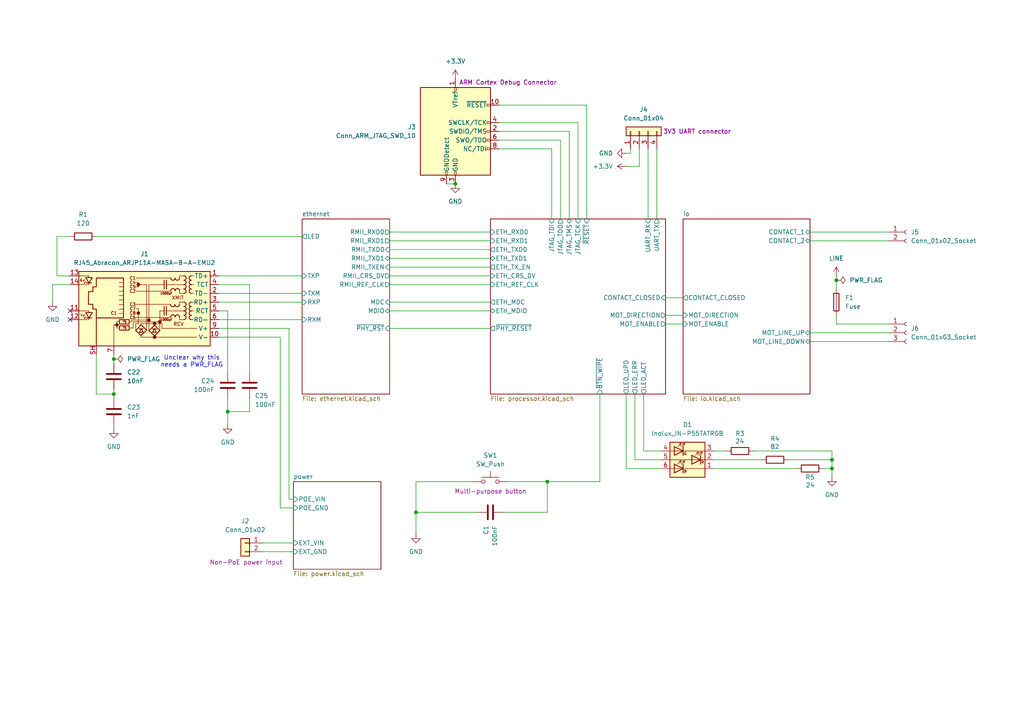
<source format=kicad_sch>
(kicad_sch (version 20250114) (generator "eeschema") (generator_version "9.0")
  (paper "A4")
  (title_block (title "iot-contact"))
  (lib_symbols
    (symbol "Connector:Conn_01x02_Socket" (pin_names (offset 1.016) (hide yes))
      (property "Reference" "J" (at 0 2.54 0))
      (property "Value" "Conn_01x02_Socket" (at 0 -5.08 0))
      (symbol "Conn_01x02_Socket_1_1"
        (polyline (pts (xy -1.27 0) (xy -0.508 0)) (stroke (width 0.1524)))
        (polyline (pts (xy -1.27 -2.54) (xy -0.508 -2.54)) (stroke (width 0.1524)))
        (arc (start 0 -0.508) (mid -0.5058 0) (end 0 0.508) (stroke (width 0.1524)))
        (arc (start 0 -3.048) (mid -0.5058 -2.54) (end 0 -2.032) (stroke (width 0.1524)))
        (pin passive line (at -5.08 0 0) (length 3.81) (name "Pin_1") (number "1"))
        (pin passive line (at -5.08 -2.54 0) (length 3.81) (name "Pin_2") (number "2"))
      )
    )
    (symbol "Connector:Conn_01x03_Socket" (pin_names (offset 1.016) (hide yes))
      (property "Reference" "J" (at 0 5.08 0))
      (property "Value" "Conn_01x03_Socket" (at 0 -5.08 0))
      (symbol "Conn_01x03_Socket_1_1"
        (polyline (pts (xy -1.27 2.54) (xy -0.508 2.54)) (stroke (width 0.1524)))
        (polyline (pts (xy -1.27 0) (xy -0.508 0)) (stroke (width 0.1524)))
        (polyline (pts (xy -1.27 -2.54) (xy -0.508 -2.54)) (stroke (width 0.1524)))
        (arc (start 0 2.032) (mid -0.5058 2.54) (end 0 3.048) (stroke (width 0.1524)))
        (arc (start 0 -0.508) (mid -0.5058 0) (end 0 0.508) (stroke (width 0.1524)))
        (arc (start 0 -3.048) (mid -0.5058 -2.54) (end 0 -2.032) (stroke (width 0.1524)))
        (pin passive line (at -5.08 2.54 0) (length 3.81) (name "Pin_1") (number "1"))
        (pin passive line (at -5.08 0 0) (length 3.81) (name "Pin_2") (number "2"))
        (pin passive line (at -5.08 -2.54 0) (length 3.81) (name "Pin_3") (number "3"))
      )
    )
    (symbol "Connector:Conn_ARM_JTAG_SWD_10" (pin_names (offset 1.016))
      (property "Reference" "J" (at -2.54 16.51 0))
      (property "Value" "Conn_ARM_JTAG_SWD_10" (at -2.54 13.97 0))
      (symbol "Conn_ARM_JTAG_SWD_10_0_1"
        (rectangle (start -10.16 12.7) (end 10.16 -12.7) (stroke (width 0.254)) (fill (type background)))
        (rectangle (start -2.794 -12.7) (end -2.286 -11.684))
        (rectangle (start -0.254 12.7) (end 0.254 11.684))
        (rectangle (start -0.254 -12.7) (end 0.254 -11.684))
        (rectangle (start 9.144 2.286) (end 10.16 2.794))
        (rectangle (start 10.16 7.874) (end 9.144 7.366))
        (rectangle (start 10.16 -0.254) (end 9.144 0.254))
        (rectangle (start 10.16 -2.794) (end 9.144 -2.286))
      )
      (symbol "Conn_ARM_JTAG_SWD_10_1_1"
        (rectangle (start 9.144 -5.334) (end 10.16 -4.826))
        (pin no_connect line (at -10.16 0 0) (length 2.54) (hide yes) (name "KEY") (number "7"))
        (pin passive line (at -2.54 -15.24 90) (length 2.54) (name "GNDDetect") (number "9"))
        (pin power_in line (at 0 15.24 270) (length 2.54) (name "VTref") (number "1"))
        (pin power_in line (at 0 -15.24 90) (length 2.54) (name "GND") (number "3"))
        (pin passive line (at 0 -15.24 90) (length 2.54) (hide yes) (name "GND") (number "5"))
        (pin open_collector line (at 12.7 7.62 180) (length 2.54) (name "~{RESET}") (number "10"))
        (pin output line (at 12.7 2.54 180) (length 2.54) (name "SWCLK/TCK") (number "4"))
        (pin bidirectional line (at 12.7 0 180) (length 2.54) (name "SWDIO/TMS") (number "2"))
        (pin input line (at 12.7 -2.54 180) (length 2.54) (name "SWO/TDO") (number "6"))
        (pin output line (at 12.7 -5.08 180) (length 2.54) (name "NC/TDI") (number "8"))
      )
    )
    (symbol "Connector:RJ45_Abracon_ARJP11A-MASA-B-A-EMU2"
      (property "Reference" "J" (at 18.415 12.7 0))
      (property "Value" "RJ45_Abracon_ARJP11A-MASA-B-A-EMU2" (at -4.445 12.7 0))
      (symbol "RJ45_Abracon_ARJP11A-MASA-B-A-EMU2_0_0"
        (polyline (pts (xy -5.08 8.89) (xy -5.08 6.35)) (stroke (width 0.254)))
        (polyline (pts (xy -5.08 1.27) (xy -5.08 -1.27)) (stroke (width 0.254)))
        (polyline (pts (xy -4.445 8.89) (xy -4.445 6.35)) (stroke (width 0.254)))
        (polyline (pts (xy -4.445 1.27) (xy -4.445 -1.27)) (stroke (width 0.254)))
        (circle (center -3.175 -3.175) (radius 0.0001) (stroke (width 0.508)))
        (circle (center -1.651 -3.683) (radius 0.0001) (stroke (width 0.508)))
        (circle (center -1.651 -7.62) (radius 0.0001) (stroke (width 0.508)))
        (circle (center 0 -2.667) (radius 0.0001) (stroke (width 0.508)))
        (circle (center 3.048 7.62) (radius 0.0001) (stroke (width 0.508)))
        (circle (center 3.048 -0.635) (radius 0.0001) (stroke (width 0.508)))
        (polyline (pts (xy 3.683 8.255) (xy 3.048 8.255) (xy 3.048 6.985) (xy 3.683 6.985)))
        (polyline (pts (xy 3.683 0.635) (xy 3.048 0.635) (xy 3.048 -0.635) (xy 3.683 -0.635)))
        (polyline (pts (xy 8.636 -4.953) (xy 9.271 -4.953) (xy 9.271 -3.048) (xy 8.636 -3.048)))
        (polyline (pts (xy 9.271 -4.064) (xy 10.16 -4.064)))
        (circle (center 9.271 -4.064) (radius 0.0001) (stroke (width 0.508)))
        (polyline (pts (xy 17.399 9.652) (xy 17.399 10.16) (xy 20.32 10.16)))
        (polyline (pts (xy 17.399 -0.508) (xy 17.399 0) (xy 20.32 0)))
        (polyline (pts (xy 20.32 7.62) (xy 17.399 7.62) (xy 17.399 8.128)))
        (polyline (pts (xy 20.32 -2.54) (xy 17.399 -2.54) (xy 17.399 -2.032)))
        (text "XMIT" (at -10.16 3.81 0) (effects (font (size 1.016 1.016)) (justify left)))
        (text "RCV" (at -10.16 -3.81 0) (effects (font (size 1.016 1.016)) (justify left)))
        (text "C1" (at 4.699 9.525 0) (effects (font (size 0.889 0.889))))
        (text "C4" (at 4.699 8.255 0) (effects (font (size 0.889 0.889))))
        (text "C5" (at 4.699 6.985 0) (effects (font (size 0.889 0.889))))
        (text "C2" (at 4.699 5.715 0) (effects (font (size 0.889 0.889))))
        (text "C3" (at 4.699 1.905 0) (effects (font (size 0.889 0.889))))
        (text "C7" (at 4.699 0.635 0) (effects (font (size 0.889 0.889))))
        (text "C8" (at 4.699 -0.635 0) (effects (font (size 0.889 0.889))))
        (text "C6" (at 4.699 -1.905 0) (effects (font (size 0.889 0.889))))
        (text "C1" (at 10.16 -0.635 0) (effects (font (size 0.889 0.889))))
      )
      (symbol "RJ45_Abracon_ARJP11A-MASA-B-A-EMU2_0_1"
        (rectangle (start -17.78 11.43) (end 20.32 -10.16) (stroke (width 0.254)) (fill (type background)))
        (polyline (pts (xy -12.3163 10.16) (xy -12.9513 10.16)))
        (polyline (pts (xy -12.3163 7.62) (xy -12.9513 7.62)))
        (polyline (pts (xy -12.3163 5.08) (xy -12.9513 5.08)))
        (polyline (pts (xy -12.3163 2.54) (xy -12.9513 2.54)))
        (polyline (pts (xy -12.3163 0) (xy -12.9513 0)))
        (polyline (pts (xy -12.3163 -2.54) (xy -12.9513 -2.54)))
        (polyline (pts (xy -10.16 10.16) (xy -8.89 10.16) (xy -8.89 9.525)))
        (polyline (pts (xy -10.16 2.54) (xy -8.89 2.54) (xy -8.89 1.905)))
        (polyline (pts (xy -8.89 5.715) (xy -8.89 5.08) (xy -10.16 5.08)))
        (polyline (pts (xy -8.89 -1.905) (xy -8.89 -2.54) (xy -10.16 -2.54)))
        (polyline (pts (xy -6.35 9.525) (xy 3.683 9.525)))
        (polyline (pts (xy -6.35 5.715) (xy 3.683 5.715)))
        (polyline (pts (xy -6.35 -1.905) (xy 3.683 -1.905)))
        (polyline (pts (xy -6.223 1.905) (xy 3.683 1.905)))
        (polyline (pts (xy -5.08 7.62) (xy -10.16 7.62)))
        (polyline (pts (xy -5.08 0) (xy -10.16 0)))
        (polyline (pts (xy -4.445 7.62) (xy 0 7.62) (xy 0 -5.715)))
        (polyline (pts (xy -4.445 0) (xy -3.175 0) (xy -3.175 -5.715)))
        (polyline (pts (xy 7.366 5.715) (xy 8.636 5.715)))
        (polyline (pts (xy 7.366 4.445) (xy 8.636 4.445)))
        (polyline (pts (xy 7.366 3.175) (xy 8.636 3.175)))
        (polyline (pts (xy 7.366 1.778) (xy 8.636 1.778)))
        (polyline (pts (xy 7.366 0.508) (xy 8.636 0.508)))
        (polyline (pts (xy 8.636 8.255) (xy 7.366 8.255)))
        (polyline (pts (xy 8.636 6.985) (xy 7.366 6.985)))
        (polyline (pts (xy 8.636 -0.762) (xy 7.366 -0.762)))
      )
      (symbol "RJ45_Abracon_ARJP11A-MASA-B-A-EMU2_1_0"
        (text "1000pF" (at -5.08 5.08 0) (effects (font (size 0.635 0.635))))
        (text "1000pF" (at -5.08 -2.54 0) (effects (font (size 0.635 0.635))))
      )
      (symbol "RJ45_Abracon_ARJP11A-MASA-B-A-EMU2_1_1"
        (polyline (pts (xy -13.97 -5.08) (xy -3.81 -5.08)))
        (polyline (pts (xy -13.97 -7.62) (xy 2.286 -7.62)))
        (arc (start -12.3163 2.54) (mid -11.684 1.905) (end -12.3163 1.27) (stroke (width 0.254)))
        (arc (start -12.3136 10.16) (mid -11.6813 9.525) (end -12.3136 8.89) (stroke (width 0.254)))
        (arc (start -12.3136 1.27) (mid -11.6813 0.635) (end -12.3136 0) (stroke (width 0.254)))
        (arc (start -12.3136 0) (mid -11.6813 -0.635) (end -12.3136 -1.27) (stroke (width 0.254)))
        (arc (start -12.3136 -1.27) (mid -11.6813 -1.905) (end -12.3136 -2.54) (stroke (width 0.254)))
        (arc (start -12.3109 8.89) (mid -11.6786 8.255) (end -12.3109 7.62) (stroke (width 0.254)))
        (arc (start -12.3109 7.62) (mid -11.6786 6.985) (end -12.3109 6.35) (stroke (width 0.254)))
        (arc (start -12.3109 6.35) (mid -11.6786 5.715) (end -12.3109 5.08) (stroke (width 0.254)))
        (arc (start -10.1654 8.89) (mid -10.7977 9.525) (end -10.1654 10.16) (stroke (width 0.254)))
        (arc (start -10.1654 7.62) (mid -10.7977 8.255) (end -10.1654 8.89) (stroke (width 0.254)))
        (arc (start -10.1654 6.35) (mid -10.7977 6.985) (end -10.1654 7.62) (stroke (width 0.254)))
        (arc (start -10.1654 1.27) (mid -10.7977 1.905) (end -10.1654 2.54) (stroke (width 0.254)))
        (arc (start -10.1654 0) (mid -10.7977 0.635) (end -10.1654 1.27) (stroke (width 0.254)))
        (arc (start -10.1654 -1.27) (mid -10.7977 -0.635) (end -10.1654 0) (stroke (width 0.254)))
        (arc (start -10.1627 5.08) (mid -10.795 5.715) (end -10.1627 6.35) (stroke (width 0.254)))
        (arc (start -10.1627 -2.54) (mid -10.795 -1.905) (end -10.1627 -1.27) (stroke (width 0.254)))
        (arc (start -7.62 9.5223) (mid -8.255 8.89) (end -8.89 9.5223) (stroke (width 0.254)))
        (arc (start -8.89 5.8447) (mid -8.255 6.477) (end -7.62 5.8447) (stroke (width 0.254)))
        (arc (start -8.89 -1.7753) (mid -8.255 -1.143) (end -7.62 -1.7753) (stroke (width 0.254)))
        (arc (start -7.5565 1.8388) (mid -8.1915 1.2065) (end -8.8265 1.8388) (stroke (width 0.254)))
        (arc (start -6.35 9.525) (mid -6.985 8.8927) (end -7.62 9.525) (stroke (width 0.254)))
        (arc (start -7.62 5.8474) (mid -6.985 6.4797) (end -6.35 5.8474) (stroke (width 0.254)))
        (arc (start -7.62 -1.7726) (mid -6.985 -1.1403) (end -6.35 -1.7726) (stroke (width 0.254)))
        (arc (start -6.2865 1.8415) (mid -6.9215 1.2092) (end -7.5565 1.8415) (stroke (width 0.254)))
        (polyline (pts (xy -3.81 -5.08) (xy -3.81 -3.683) (xy -1.651 -3.683)))
        (polyline (pts (xy -2.159 -5.207) (xy -1.016 -5.207)) (stroke (width 0.254)))
        (polyline (pts (xy -2.159 -6.223) (xy -1.016 -6.223) (xy -1.651 -5.207) (xy -2.159 -6.223)) (stroke (width 0.254)))
        (polyline (pts (xy -1.905 -3.683) (xy -1.651 -3.683) (xy -1.651 -4.191)))
        (polyline (pts (xy -1.651 -3.683) (xy 2.286 -3.683) (xy 2.286 -4.064)))
        (polyline (pts (xy -1.651 -4.191) (xy -3.175 -5.715) (xy -1.651 -7.239) (xy 0 -5.715) (xy -1.651 -4.191)) (stroke (width 0.254)))
        (polyline (pts (xy -1.651 -7.239) (xy -1.651 -7.493)))
        (polyline (pts (xy 1.651 -5.207) (xy 2.794 -5.207)) (stroke (width 0.254)))
        (polyline (pts (xy 1.651 -6.223) (xy 2.794 -6.223) (xy 2.159 -5.207) (xy 1.651 -6.223)) (stroke (width 0.254)))
        (polyline (pts (xy 2.286 -4.064) (xy 0.635 -5.588) (xy 2.286 -7.112) (xy 3.81 -5.715) (xy 2.286 -4.064)) (stroke (width 0.254)))
        (polyline (pts (xy 2.286 -7.112) (xy 2.286 -7.62)))
        (polyline (pts (xy 3.048 7.62) (xy 0.635 7.62) (xy 0.635 -5.588)))
        (polyline (pts (xy 3.048 -0.508) (xy 3.048 -3.683) (xy 3.81 -3.683) (xy 3.81 -5.715)))
        (polyline (pts (xy 5.715 -3.175) (xy 5.08 -3.175) (xy 5.08 -2.667) (xy 0 -2.667)))
        (polyline (pts (xy 5.715 -4.953) (xy 4.572 -4.953) (xy 4.572 -3.175) (xy -3.175 -3.175)))
        (polyline (pts (xy 7.366 -2.032) (xy 7.366 9.525) (xy 15.24 9.525) (xy 15.24 6.985) (xy 16.256 6.985) (xy 16.256 5.588) (xy 17.526 5.588) (xy 17.526 1.905) (xy 16.256 1.905) (xy 16.256 0.508) (xy 15.24 0.508) (xy 15.24 -2.032) (xy 7.366 -2.032)) (stroke (width 0.254)))
        (rectangle (start 8.509 -3.81) (end 5.715 -2.54) (stroke (width 0.254)))
        (rectangle (start 8.509 -5.588) (end 5.715 -4.318) (stroke (width 0.254)))
        (polyline (pts (xy 10.16 -4.064) (xy 10.16 -10.16)))
        (polyline (pts (xy 15.24 -10.16) (xy 15.24 -2.032)) (stroke (width 0.254)))
        (polyline (pts (xy 18.161 8.128) (xy 16.637 8.128)) (stroke (width 0.254)))
        (polyline (pts (xy 18.161 -2.032) (xy 16.637 -2.032)) (stroke (width 0.254)))
        (polyline (pts (xy 18.288 9.652) (xy 16.383 9.652) (xy 17.399 8.128) (xy 18.288 9.652)) (stroke (width 0.254)))
        (polyline (pts (xy 18.288 8.509) (xy 18.796 8.001) (xy 18.542 8.001)))
        (polyline (pts (xy 18.288 -0.508) (xy 16.383 -0.508) (xy 17.399 -2.032) (xy 18.288 -0.508)) (stroke (width 0.254)))
        (polyline (pts (xy 18.288 -1.651) (xy 18.796 -2.159) (xy 18.542 -2.159)))
        (polyline (pts (xy 18.542 9.144) (xy 19.05 8.636) (xy 18.796 8.636)))
        (polyline (pts (xy 18.542 -1.016) (xy 19.05 -1.524) (xy 18.796 -1.524)))
        (polyline (pts (xy 18.796 8.001) (xy 18.796 8.255)))
        (polyline (pts (xy 18.796 -2.159) (xy 18.796 -1.905)))
        (polyline (pts (xy 19.05 8.636) (xy 19.05 8.89)))
        (polyline (pts (xy 19.05 -1.524) (xy 19.05 -1.27)))
        (text "75" (at 7.112 -3.175 0) (effects (font (size 0.635 0.635))))
        (text "75" (at 7.112 -4.953 0) (effects (font (size 0.635 0.635))))
        (text "Y" (at 19.558 -1.27 0) (effects (font (size 0.635 0.635))))
        (text "G" (at 19.685 8.89 0) (effects (font (size 0.635 0.635))))
        (pin passive line (at -20.32 10.16 0) (length 2.54) (name "TD+") (number "1"))
        (pin passive line (at -20.32 7.62 0) (length 2.54) (name "TCT") (number "4"))
        (pin passive line (at -20.32 5.08 0) (length 2.54) (name "TD-") (number "2"))
        (pin passive line (at -20.32 2.54 0) (length 2.54) (name "RD+") (number "3"))
        (pin passive line (at -20.32 0 0) (length 2.54) (name "RCT") (number "5"))
        (pin passive line (at -20.32 -2.54 0) (length 2.54) (name "RD-") (number "6"))
        (pin power_out line (at -20.32 -5.08 0) (length 2.54) (name "V+") (number "9"))
        (pin power_out line (at -20.32 -7.62 0) (length 2.54) (name "V-") (number "10"))
        (pin power_in line (at 10.16 -12.7 90) (length 2.54) (name "") (number "7"))
        (pin passive line (at 15.24 -12.7 90) (length 2.54) (name "") (number "SH"))
        (pin no_connect line (at 20.32 5.08 0) (length 0) (hide yes) (name "NC") (number "8"))
        (pin passive line (at 22.86 10.16 180) (length 2.54) (name "") (number "13"))
        (pin passive line (at 22.86 7.62 180) (length 2.54) (name "") (number "14"))
        (pin passive line (at 22.86 0 180) (length 2.54) (name "") (number "11"))
        (pin passive line (at 22.86 -2.54 180) (length 2.54) (name "") (number "12"))
      )
    )
    (symbol "Connector_Generic:Conn_01x02" (pin_names (offset 1.016) (hide yes))
      (property "Reference" "J" (at 0 2.54 0))
      (property "Value" "Conn_01x02" (at 0 -5.08 0))
      (symbol "Conn_01x02_1_1"
        (rectangle (start -1.27 1.27) (end 1.27 -3.81) (stroke (width 0.254)) (fill (type background)))
        (rectangle (start -1.27 0.127) (end 0 -0.127) (stroke (width 0.1524)))
        (rectangle (start -1.27 -2.413) (end 0 -2.667) (stroke (width 0.1524)))
        (pin passive line (at -5.08 0 0) (length 3.81) (name "Pin_1") (number "1"))
        (pin passive line (at -5.08 -2.54 0) (length 3.81) (name "Pin_2") (number "2"))
      )
    )
    (symbol "Connector_Generic:Conn_01x04" (pin_names (offset 1.016) (hide yes))
      (property "Reference" "J" (at 0 5.08 0))
      (property "Value" "Conn_01x04" (at 0 -7.62 0))
      (symbol "Conn_01x04_1_1"
        (rectangle (start -1.27 3.81) (end 1.27 -6.35) (stroke (width 0.254)) (fill (type background)))
        (rectangle (start -1.27 2.667) (end 0 2.413) (stroke (width 0.1524)))
        (rectangle (start -1.27 0.127) (end 0 -0.127) (stroke (width 0.1524)))
        (rectangle (start -1.27 -2.413) (end 0 -2.667) (stroke (width 0.1524)))
        (rectangle (start -1.27 -4.953) (end 0 -5.207) (stroke (width 0.1524)))
        (pin passive line (at -5.08 2.54 0) (length 3.81) (name "Pin_1") (number "1"))
        (pin passive line (at -5.08 0 0) (length 3.81) (name "Pin_2") (number "2"))
        (pin passive line (at -5.08 -2.54 0) (length 3.81) (name "Pin_3") (number "3"))
        (pin passive line (at -5.08 -5.08 0) (length 3.81) (name "Pin_4") (number "4"))
      )
    )
    (symbol "Device:C" (pin_numbers (hide yes)) (pin_names (offset 0.254))
      (property "Reference" "C" (at 0.635 2.54 0))
      (property "Value" "C" (at 0.635 -2.54 0))
      (symbol "C_0_1"
        (polyline (pts (xy -2.032 0.762) (xy 2.032 0.762)) (stroke (width 0.508)))
        (polyline (pts (xy -2.032 -0.762) (xy 2.032 -0.762)) (stroke (width 0.508)))
      )
      (symbol "C_1_1"
        (pin passive line (at 0 3.81 270) (length 2.794) (name "~") (number "1"))
        (pin passive line (at 0 -3.81 90) (length 2.794) (name "~") (number "2"))
      )
    )
    (symbol "Device:Fuse" (pin_numbers (hide yes)) (pin_names (offset 0))
      (property "Reference" "F" (at 2.032 0 90))
      (property "Value" "Fuse" (at -1.905 0 90))
      (symbol "Fuse_0_1"
        (rectangle (start -0.762 -2.54) (end 0.762 2.54) (stroke (width 0.254)))
        (polyline (pts (xy 0 2.54) (xy 0 -2.54)))
      )
      (symbol "Fuse_1_1"
        (pin passive line (at 0 3.81 270) (length 1.27) (name "~") (number "1"))
        (pin passive line (at 0 -3.81 90) (length 1.27) (name "~") (number "2"))
      )
    )
    (symbol "Device:R" (pin_numbers (hide yes)) (pin_names (offset 0))
      (property "Reference" "R" (at 2.032 0 90))
      (property "Value" "R" (at 0 0 90))
      (symbol "R_0_1"
        (rectangle (start -1.016 -2.54) (end 1.016 2.54) (stroke (width 0.254)))
      )
      (symbol "R_1_1"
        (pin passive line (at 0 3.81 270) (length 1.27) (name "~") (number "1"))
        (pin passive line (at 0 -3.81 90) (length 1.27) (name "~") (number "2"))
      )
    )
    (symbol "LED:Inolux_IN-P55TATRGB" (pin_names (hide yes))
      (property "Reference" "D" (at -5.08 6.35 0))
      (property "Value" "Inolux_IN-P55TATRGB" (at -5.08 -6.35 0))
      (symbol "Inolux_IN-P55TATRGB_0_0"
        (text "B" (at -0.635 -3.3274 0) (effects (font (size 0.762 0.762))))
      )
      (symbol "Inolux_IN-P55TATRGB_0_1"
        (rectangle (start -5.08 5.08) (end 5.08 -5.08) (stroke (width 0.254)) (fill (type background)))
        (polyline (pts (xy -5.08 2.54) (xy 5.08 2.54)))
        (polyline (pts (xy -5.08 0) (xy 5.08 0)))
        (polyline (pts (xy -5.08 -2.54) (xy 5.08 -2.54)))
        (polyline (pts (xy -3.81 3.81) (xy -3.81 1.27) (xy -1.27 2.54) (xy -3.81 3.81)) (stroke (width 0.254)))
        (polyline (pts (xy -3.81 -1.27) (xy -3.81 -3.81) (xy -1.27 -2.54) (xy -3.81 -1.27)) (stroke (width 0.254)))
        (polyline (pts (xy -2.794 3.81) (xy -1.778 4.826)))
        (polyline (pts (xy -2.794 -1.27) (xy -1.778 -0.254)))
        (polyline (pts (xy -2.54 4.572) (xy -1.778 4.826) (xy -2.032 4.064)))
        (polyline (pts (xy -2.032 -1.016) (xy -1.778 -0.254) (xy -2.54 -0.508)))
        (polyline (pts (xy -1.778 3.81) (xy -0.762 4.826)))
        (polyline (pts (xy -1.778 -1.27) (xy -0.762 -0.254)))
        (polyline (pts (xy -1.524 4.572) (xy -0.762 4.826) (xy -1.016 4.064)))
        (polyline (pts (xy -1.524 -0.508) (xy -0.762 -0.254) (xy -1.016 -1.016)))
        (polyline (pts (xy -1.27 3.81) (xy -1.27 1.27)) (stroke (width 0.254)))
        (polyline (pts (xy -1.27 -1.27) (xy -1.27 -3.81)) (stroke (width 0.254)))
        (polyline (pts (xy 1.27 1.27) (xy 1.27 -1.27) (xy 3.81 0) (xy 1.27 1.27)) (stroke (width 0.254)))
        (polyline (pts (xy 2.286 1.27) (xy 3.302 2.286)))
        (polyline (pts (xy 3.048 1.524) (xy 3.302 2.286) (xy 2.54 2.032)))
        (polyline (pts (xy 3.302 1.27) (xy 4.318 2.286)))
        (polyline (pts (xy 3.556 2.032) (xy 4.318 2.286) (xy 4.064 1.524)))
        (polyline (pts (xy 3.81 1.27) (xy 3.81 -1.27)) (stroke (width 0.254)))
      )
      (symbol "Inolux_IN-P55TATRGB_1_0"
        (text "G" (at -0.635 1.8034 0) (effects (font (size 0.762 0.762))))
        (text "R" (at 4.4196 -0.7112 0) (effects (font (size 0.762 0.762))))
      )
      (symbol "Inolux_IN-P55TATRGB_1_1"
        (pin passive line (at -7.62 2.54 0) (length 2.54) (name "AG") (number "4"))
        (pin passive line (at -7.62 0 0) (length 2.54) (name "AR") (number "5"))
        (pin passive line (at -7.62 -2.54 0) (length 2.54) (name "AB") (number "6"))
        (pin passive line (at 7.62 2.54 180) (length 2.54) (name "KG") (number "3"))
        (pin passive line (at 7.62 0 180) (length 2.54) (name "KR") (number "2"))
        (pin passive line (at 7.62 -2.54 180) (length 2.54) (name "KB") (number "1"))
      )
    )
    (symbol "Switch:SW_Push" (pin_numbers (hide yes)) (pin_names (offset 1.016) (hide yes))
      (property "Reference" "SW" (at 1.27 2.54 0))
      (property "Value" "SW_Push" (at 0 -1.524 0))
      (symbol "SW_Push_0_1"
        (circle (center -2.032 0) (radius 0.508))
        (polyline (pts (xy 0 1.27) (xy 0 3.048)))
        (circle (center 2.032 0) (radius 0.508))
        (polyline (pts (xy 2.54 1.27) (xy -2.54 1.27)))
        (pin passive line (at -5.08 0 0) (length 2.54) (name "1") (number "1"))
        (pin passive line (at 5.08 0 180) (length 2.54) (name "2") (number "2"))
      )
    )
    (symbol "power:+3.3V" (power) (pin_numbers (hide yes)) (pin_names (offset 0) (hide yes))
      (property "Value" "+3.3V" (at 0 3.556 0))
      (symbol "+3.3V_0_1"
        (polyline (pts (xy -0.762 1.27) (xy 0 2.54)))
        (polyline (pts (xy 0 2.54) (xy 0.762 1.27)))
        (polyline (pts (xy 0 0) (xy 0 2.54)))
      )
      (symbol "+3.3V_1_1"
        (pin power_in line (at 0 0 90) (length 0) (name "~") (number "1"))
      )
    )
    (symbol "power:GND" (power) (pin_numbers (hide yes)) (pin_names (offset 0) (hide yes))
      (property "Value" "GND" (at 0 -3.81 0))
      (symbol "GND_0_1"
        (polyline (pts (xy 0 0) (xy 0 -1.27) (xy 1.27 -1.27) (xy 0 -2.54) (xy -1.27 -1.27) (xy 0 -1.27)))
      )
      (symbol "GND_1_1"
        (pin power_in line (at 0 0 270) (length 0) (name "~") (number "1"))
      )
    )
    (symbol "power:LINE" (power) (pin_numbers (hide yes)) (pin_names (offset 0) (hide yes))
      (property "Value" "LINE" (at 0 3.556 0))
      (symbol "LINE_0_1"
        (polyline (pts (xy -0.762 1.27) (xy 0 2.54)))
        (polyline (pts (xy 0 2.54) (xy 0.762 1.27)))
        (polyline (pts (xy 0 0) (xy 0 2.54)))
      )
      (symbol "LINE_1_1"
        (pin power_in line (at 0 0 90) (length 0) (name "~") (number "1"))
      )
    )
    (symbol "power:PWR_FLAG" (power) (pin_numbers (hide yes)) (pin_names (offset 0) (hide yes))
      (property "Value" "PWR_FLAG" (at 0 3.81 0))
      (symbol "PWR_FLAG_0_0"
        (pin power_out line (at 0 0 90) (length 0) (name "~") (number "1"))
      )
      (symbol "PWR_FLAG_0_1"
        (polyline (pts (xy 0 0) (xy 0 1.27) (xy -1.016 1.905) (xy 0 2.54) (xy 1.016 1.905) (xy 0 1.27)))
      )
    )
  )
  (text "Unclear why this\nneeds a PWR_FLAG" (at 55.626 104.902 0) (effects (font (size 1.27 1.27))))
  (junction (at 120.65 148.59))
  (junction (at 241.3 133.35))
  (junction (at 242.57 81.28))
  (junction (at 66.04 119.38))
  (junction (at 158.75 139.7))
  (junction (at 33.02 104.14))
  (junction (at 241.3 135.89))
  (junction (at 132.08 53.34))
  (junction (at 33.02 114.3))
  (no_connect (at 20.32 90.17))
  (no_connect (at 20.32 92.71))
  (wire (pts (xy 162.56 40.64) (xy 162.56 63.5)))
  (wire (pts (xy 190.5 43.18) (xy 190.5 63.5)))
  (wire (pts (xy 120.65 139.7) (xy 137.16 139.7)))
  (wire (pts (xy 120.65 139.7) (xy 120.65 148.59)))
  (wire (pts (xy 113.03 69.85) (xy 142.24 69.85)))
  (wire (pts (xy 33.02 105.41) (xy 33.02 104.14)))
  (wire (pts (xy 234.95 67.31) (xy 257.81 67.31)))
  (wire (pts (xy 113.03 74.93) (xy 142.24 74.93)))
  (wire (pts (xy 228.6 133.35) (xy 241.3 133.35)))
  (wire (pts (xy 181.61 114.3) (xy 181.61 135.89)))
  (wire (pts (xy 185.42 48.26) (xy 181.61 48.26)))
  (wire (pts (xy 158.75 148.59) (xy 158.75 139.7)))
  (wire (pts (xy 207.01 130.81) (xy 210.82 130.81)))
  (wire (pts (xy 147.32 139.7) (xy 158.75 139.7)))
  (wire (pts (xy 113.03 95.25) (xy 142.24 95.25)))
  (wire (pts (xy 241.3 135.89) (xy 241.3 138.43)))
  (wire (pts (xy 20.32 82.55) (xy 15.24 82.55)))
  (wire (pts (xy 181.61 135.89) (xy 191.77 135.89)))
  (wire (pts (xy 144.78 35.56) (xy 167.64 35.56)))
  (wire (pts (xy 158.75 139.7) (xy 173.99 139.7)))
  (wire (pts (xy 193.04 86.36) (xy 198.12 86.36)))
  (wire (pts (xy 144.78 30.48) (xy 170.18 30.48)))
  (wire (pts (xy 170.18 30.48) (xy 170.18 63.5)))
  (wire (pts (xy 16.51 68.58) (xy 16.51 80.01)))
  (wire (pts (xy 173.99 114.3) (xy 173.99 139.7)))
  (wire (pts (xy 27.94 68.58) (xy 87.63 68.58)))
  (wire (pts (xy 66.04 90.17) (xy 66.04 107.95)))
  (wire (pts (xy 186.69 130.81) (xy 191.77 130.81)))
  (wire (pts (xy 113.03 77.47) (xy 142.24 77.47)))
  (wire (pts (xy 234.95 69.85) (xy 257.81 69.85)))
  (wire (pts (xy 186.69 114.3) (xy 186.69 130.81)))
  (wire (pts (xy 33.02 114.3) (xy 33.02 115.57)))
  (wire (pts (xy 129.54 53.34) (xy 132.08 53.34)))
  (wire (pts (xy 16.51 80.01) (xy 20.32 80.01)))
  (wire (pts (xy 72.39 82.55) (xy 72.39 107.95)))
  (wire (pts (xy 72.39 119.38) (xy 66.04 119.38)))
  (wire (pts (xy 33.02 123.19) (xy 33.02 124.46)))
  (wire (pts (xy 144.78 40.64) (xy 162.56 40.64)))
  (wire (pts (xy 241.3 133.35) (xy 241.3 135.89)))
  (wire (pts (xy 81.28 97.79) (xy 81.28 147.32)))
  (wire (pts (xy 63.5 82.55) (xy 72.39 82.55)))
  (wire (pts (xy 242.57 93.98) (xy 257.81 93.98)))
  (wire (pts (xy 238.76 135.89) (xy 241.3 135.89)))
  (wire (pts (xy 181.61 44.45) (xy 182.88 44.45)))
  (wire (pts (xy 33.02 114.3) (xy 33.02 113.03)))
  (wire (pts (xy 187.96 43.18) (xy 187.96 63.5)))
  (wire (pts (xy 63.5 95.25) (xy 83.82 95.25)))
  (wire (pts (xy 66.04 119.38) (xy 66.04 123.19)))
  (wire (pts (xy 63.5 92.71) (xy 87.63 92.71)))
  (wire (pts (xy 242.57 80.01) (xy 242.57 81.28)))
  (wire (pts (xy 185.42 43.18) (xy 185.42 48.26)))
  (wire (pts (xy 144.78 43.18) (xy 160.02 43.18)))
  (wire (pts (xy 72.39 115.57) (xy 72.39 119.38)))
  (wire (pts (xy 182.88 44.45) (xy 182.88 43.18)))
  (wire (pts (xy 120.65 148.59) (xy 120.65 154.94)))
  (wire (pts (xy 76.2 160.02) (xy 85.09 160.02)))
  (wire (pts (xy 165.1 38.1) (xy 165.1 63.5)))
  (wire (pts (xy 113.03 67.31) (xy 142.24 67.31)))
  (wire (pts (xy 218.44 130.81) (xy 241.3 130.81)))
  (wire (pts (xy 63.5 97.79) (xy 81.28 97.79)))
  (wire (pts (xy 193.04 91.44) (xy 198.12 91.44)))
  (wire (pts (xy 83.82 144.78) (xy 85.09 144.78)))
  (wire (pts (xy 184.15 133.35) (xy 191.77 133.35)))
  (wire (pts (xy 113.03 80.01) (xy 142.24 80.01)))
  (wire (pts (xy 167.64 35.56) (xy 167.64 63.5)))
  (wire (pts (xy 63.5 80.01) (xy 87.63 80.01)))
  (wire (pts (xy 113.03 87.63) (xy 142.24 87.63)))
  (wire (pts (xy 242.57 91.44) (xy 242.57 93.98)))
  (wire (pts (xy 113.03 90.17) (xy 142.24 90.17)))
  (wire (pts (xy 144.78 38.1) (xy 165.1 38.1)))
  (wire (pts (xy 66.04 115.57) (xy 66.04 119.38)))
  (wire (pts (xy 160.02 43.18) (xy 160.02 63.5)))
  (wire (pts (xy 76.2 157.48) (xy 85.09 157.48)))
  (wire (pts (xy 27.94 114.3) (xy 33.02 114.3)))
  (wire (pts (xy 113.03 82.55) (xy 142.24 82.55)))
  (wire (pts (xy 184.15 114.3) (xy 184.15 133.35)))
  (wire (pts (xy 207.01 133.35) (xy 220.98 133.35)))
  (wire (pts (xy 193.04 93.98) (xy 198.12 93.98)))
  (wire (pts (xy 81.28 147.32) (xy 85.09 147.32)))
  (wire (pts (xy 63.5 90.17) (xy 66.04 90.17)))
  (wire (pts (xy 241.3 130.81) (xy 241.3 133.35)))
  (wire (pts (xy 20.32 68.58) (xy 16.51 68.58)))
  (wire (pts (xy 146.05 148.59) (xy 158.75 148.59)))
  (wire (pts (xy 113.03 72.39) (xy 142.24 72.39)))
  (wire (pts (xy 242.57 81.28) (xy 242.57 83.82)))
  (wire (pts (xy 27.94 102.87) (xy 27.94 114.3)))
  (wire (pts (xy 234.95 96.52) (xy 257.81 96.52)))
  (wire (pts (xy 15.24 82.55) (xy 15.24 87.63)))
  (wire (pts (xy 83.82 95.25) (xy 83.82 144.78)))
  (wire (pts (xy 138.43 148.59) (xy 120.65 148.59)))
  (wire (pts (xy 234.95 99.06) (xy 257.81 99.06)))
  (wire (pts (xy 33.02 102.87) (xy 33.02 104.14)))
  (wire (pts (xy 63.5 85.09) (xy 87.63 85.09)))
  (wire (pts (xy 207.01 135.89) (xy 231.14 135.89)))
  (wire (pts (xy 63.5 87.63) (xy 87.63 87.63)))
  (symbol (lib_id "Device:R") (at 234.95 135.89 270) (unit 1)
    (property "Reference" "R5" (at 234.95 138.43 90))
    (property "Value" "24" (at 233.68 140.716 90) (effects (justify left)))
    (property "Description" "Resistor" (effects (hide yes)))
  )
  (symbol (lib_id "Connector:RJ45_Abracon_ARJP11A-MASA-B-A-EMU2") (at 43.18 90.17 0) (mirror y) (unit 1)
    (property "Reference" "J1" (at 41.91 73.66 0))
    (property "Value" "RJ45_Abracon_ARJP11A-MASA-B-A-EMU2" (at 41.91 76.2 0))
    (property "Footprint" "Connector_RJ:RJ45_Abracon_ARJP11A-MA_Horizontal" (effects (hide yes)))
    (property "Datasheet" "https://abracon.com/Magnetics/lan/ARJP11A.PDF" (effects (hide yes)))
    (property "Description" "RJ45 PoE 10/100 Base-TX Jack with Magnetic Module" (effects (hide yes)))
  )
  (symbol (lib_id "power:PWR_FLAG") (at 33.02 104.14 270) (unit 1)
    (property "Reference" "#FLG07" (effects (hide yes)))
    (property "Value" "PWR_FLAG" (at 36.83 104.1399 90) (effects (justify left)))
    (property "Description" "Special symbol for telling ERC where power comes from" (effects (hide yes)))
  )
  (symbol (lib_id "Device:C") (at 72.39 111.76 0) (unit 1)
    (property "Reference" "C25" (at 73.914 114.808 0) (effects (justify left)))
    (property "Value" "100nF" (at 73.914 117.348 0) (effects (justify left)))
    (property "Description" "Unpolarized capacitor" (effects (hide yes)))
  )
  (symbol (lib_id "power:GND") (at 33.02 124.46 0) (unit 1)
    (property "Reference" "#PWR026" (effects (hide yes)))
    (property "Value" "GND" (at 33.02 129.54 0))
    (property "Description" "Power symbol creates a global label with name \"GND\" , ground" (effects (hide yes)))
  )
  (symbol (lib_id "Switch:SW_Push") (at 142.24 139.7 0) (mirror y) (unit 1)
    (property "Reference" "SW1" (at 142.24 132.08 0))
    (property "Value" "SW_Push" (at 142.24 134.62 0))
    (property "Footprint" "Button_Switch_SMD:SW_SPST_TL3305B" (effects (hide yes)))
    (property "Datasheet" "https://www.e-switch.com/wp-content/uploads/2024/08/TL3305.pdf" (effects (hide yes)))
    (property "Description" "Multi-purpose button" (at 131.826 142.494 0) (effects (justify right)))
    (property "MPN" "TL3305BF260QG" (effects (hide yes)))
    (property "Manufacturer" "E-Switch" (effects (hide yes)))
  )
  (symbol (lib_id "power:+3.3V") (at 132.08 22.86 0) (unit 1)
    (property "Reference" "#PWR03" (effects (hide yes)))
    (property "Value" "+3.3V" (at 132.08 17.78 0))
    (property "Description" "Power symbol creates a global label with name \"+3.3V\"" (effects (hide yes)))
  )
  (symbol (lib_id "Device:C") (at 66.04 111.76 0) (mirror y) (unit 1)
    (property "Reference" "C24" (at 62.23 110.4899 0) (effects (justify left)))
    (property "Value" "100nF" (at 62.23 113.0299 0) (effects (justify left)))
    (property "Description" "Unpolarized capacitor" (effects (hide yes)))
  )
  (symbol (lib_id "Connector_Generic:Conn_01x04") (at 185.42 38.1 90) (unit 1)
    (property "Reference" "J4" (at 186.69 31.75 90))
    (property "Value" "Conn_01x04" (at 186.69 34.29 90))
    (property "Footprint" "Connector_PinHeader_2.54mm:PinHeader_1x04_P2.54mm_Vertical" (effects (hide yes)))
    (property "Description" "3V3 UART connector" (at 202.184 38.1 90))
  )
  (symbol (lib_id "LED:Inolux_IN-P55TATRGB") (at 199.39 133.35 0) (unit 1)
    (property "Reference" "D1" (at 199.39 123.19 0))
    (property "Value" "Inolux_IN-P55TATRGB" (at 199.39 125.73 0))
    (property "Footprint" "LED_SMD:LED_Inolux_IN-P55TATRGB_PLCC6_5.0x5.5mm_P1.8mm" (effects (hide yes)))
    (property "Datasheet" "https://www.inolux-corp.com/datasheet/SMDLED/RGB%20Top%20View/IN-P55TATRGB.pdf" (effects (hide yes)))
    (property "Description" "Inolux RGB LED, PLCC-6" (effects (hide yes)))
  )
  (symbol (lib_id "Device:C") (at 33.02 119.38 0) (unit 1)
    (property "Reference" "C23" (at 36.83 118.1099 0) (effects (justify left)))
    (property "Value" "1nF" (at 36.83 120.6499 0) (effects (justify left)))
    (property "Description" "Unpolarized capacitor" (effects (hide yes)))
  )
  (symbol (lib_id "Connector:Conn_01x03_Socket") (at 262.89 96.52 0) (unit 1)
    (property "Reference" "J6" (at 264.16 95.2499 0) (effects (justify left)))
    (property "Value" "Conn_01x03_Socket" (at 264.16 97.7899 0) (effects (justify left)))
    (property "Footprint" "TerminalBlock_WAGO:TerminalBlock_WAGO_236-403_1x03_P5.00mm_45Degree" (effects (hide yes)))
    (property "Description" "Generic connector, single row, 01x03, script generated" (effects (hide yes)))
  )
  (symbol (lib_id "Connector:Conn_ARM_JTAG_SWD_10") (at 132.08 38.1 0) (unit 1)
    (property "Reference" "J3" (at 120.65 36.8299 0) (effects (justify right)))
    (property "Value" "Conn_ARM_JTAG_SWD_10" (at 120.65 39.3699 0) (effects (justify right)))
    (property "Datasheet" "https://mm.digikey.com/Volume0/opasdata/d220001/medias/docus/6209/ftsh-1xx-xx-xxx-dv-xxx-xxx-x-xx-mkt.pdf" (effects (hide yes)))
    (property "Description" "ARM Cortex Debug Connector" (at 147.32 23.876 0))
    (property "MPN" "FTSH-105-01-L-DV-007-K-TR" (effects (hide yes)))
    (property "Manufacturer" "samtec" (effects (hide yes)))
  )
  (symbol (lib_id "Device:Fuse") (at 242.57 87.63 0) (unit 1)
    (property "Reference" "F1" (at 245.11 86.3599 0) (effects (justify left)))
    (property "Value" "Fuse" (at 245.11 88.8999 0) (effects (justify left)))
    (property "Footprint" "Fuse:Fuseholder_Cylinder-5x20mm_Schurter_OGN-SMD_Horizontal_Open" (effects (hide yes)))
    (property "Description" "Fuse" (effects (hide yes)))
  )
  (symbol (lib_id "Connector_Generic:Conn_01x02") (at 71.12 157.48 0) (mirror y) (unit 1)
    (property "Reference" "J2" (at 71.12 151.13 0))
    (property "Value" "Conn_01x02" (at 71.12 153.67 0))
    (property "Footprint" "Connector_PinHeader_2.54mm:PinHeader_1x02_P2.54mm_Vertical" (effects (hide yes)))
    (property "Description" "Non-PoE power input" (at 71.374 163.068 0))
  )
  (symbol (lib_id "power:PWR_FLAG") (at 242.57 81.28 270) (unit 1)
    (property "Reference" "#FLG06" (effects (hide yes)))
    (property "Value" "PWR_FLAG" (at 246.38 81.2799 90) (effects (justify left)))
    (property "Description" "Special symbol for telling ERC where power comes from" (effects (hide yes)))
  )
  (symbol (lib_id "power:GND") (at 120.65 154.94 0) (unit 1)
    (property "Reference" "#PWR02" (effects (hide yes)))
    (property "Value" "GND" (at 120.65 160.02 0))
    (property "Description" "Power symbol creates a global label with name \"GND\" , ground" (effects (hide yes)))
  )
  (symbol (lib_id "Device:R") (at 214.63 130.81 90) (unit 1)
    (property "Reference" "R3" (at 214.63 125.73 90))
    (property "Value" "24" (at 215.9 128.016 90) (effects (justify left)))
    (property "Description" "Resistor" (effects (hide yes)))
  )
  (symbol (lib_id "power:GND") (at 132.08 53.34 0) (unit 1)
    (property "Reference" "#PWR04" (effects (hide yes)))
    (property "Value" "GND" (at 132.08 58.42 0))
    (property "Description" "Power symbol creates a global label with name \"GND\" , ground" (effects (hide yes)))
  )
  (symbol (lib_id "Device:C") (at 33.02 109.22 0) (unit 1)
    (property "Reference" "C22" (at 36.83 107.9499 0) (effects (justify left)))
    (property "Value" "10nF" (at 36.83 110.4899 0) (effects (justify left)))
    (property "Description" "Unpolarized capacitor" (effects (hide yes)))
  )
  (symbol (lib_id "power:GND") (at 66.04 123.19 0) (unit 1)
    (property "Reference" "#PWR027" (effects (hide yes)))
    (property "Value" "GND" (at 66.04 128.27 0))
    (property "Description" "Power symbol creates a global label with name \"GND\" , ground" (effects (hide yes)))
  )
  (symbol (lib_id "power:GND") (at 241.3 138.43 0) (unit 1)
    (property "Reference" "#PWR08" (effects (hide yes)))
    (property "Value" "GND" (at 241.3 143.51 0))
    (property "Description" "Power symbol creates a global label with name \"GND\" , ground" (effects (hide yes)))
  )
  (symbol (lib_id "Connector:Conn_01x02_Socket") (at 262.89 67.31 0) (unit 1)
    (property "Reference" "J5" (at 264.16 67.3099 0) (effects (justify left)))
    (property "Value" "Conn_01x02_Socket" (at 264.16 69.8499 0) (effects (justify left)))
    (property "Footprint" "TerminalBlock_WAGO:TerminalBlock_WAGO_236-402_1x02_P5.00mm_45Degree" (effects (hide yes)))
    (property "Description" "Generic connector, single row, 01x02, script generated" (effects (hide yes)))
  )
  (symbol (lib_id "power:+3.3V") (at 181.61 48.26 90) (unit 1)
    (property "Reference" "#PWR05" (effects (hide yes)))
    (property "Value" "+3.3V" (at 177.8 48.2599 90) (effects (justify left)))
    (property "Description" "Power symbol creates a global label with name \"+3.3V\"" (effects (hide yes)))
  )
  (symbol (lib_id "power:GND") (at 181.61 44.45 270) (unit 1)
    (property "Reference" "#PWR06" (effects (hide yes)))
    (property "Value" "GND" (at 177.8 44.4499 90) (effects (justify right)))
    (property "Description" "Power symbol creates a global label with name \"GND\" , ground" (effects (hide yes)))
  )
  (symbol (lib_id "Device:C") (at 142.24 148.59 90) (mirror x) (unit 1)
    (property "Reference" "C1" (at 140.9699 152.4 0) (effects (justify left)))
    (property "Value" "100nF" (at 143.5099 152.4 0) (effects (justify left)))
    (property "Description" "Unpolarized capacitor" (effects (hide yes)))
  )
  (symbol (lib_id "power:GND") (at 15.24 87.63 0) (unit 1)
    (property "Reference" "#PWR01" (effects (hide yes)))
    (property "Value" "GND" (at 15.24 92.71 0))
    (property "Description" "Power symbol creates a global label with name \"GND\" , ground" (effects (hide yes)))
  )
  (symbol (lib_id "power:LINE") (at 242.57 80.01 0) (unit 1)
    (property "Reference" "#PWR09" (effects (hide yes)))
    (property "Value" "LINE" (at 242.57 74.93 0))
    (property "Description" "Power symbol creates a global label with name \"LINE\"" (effects (hide yes)))
  )
  (symbol (lib_id "Device:R") (at 24.13 68.58 90) (unit 1)
    (property "Reference" "R1" (at 24.13 62.23 90))
    (property "Value" "120" (at 24.13 64.77 90))
    (property "Description" "Resistor" (effects (hide yes)))
  )
  (symbol (lib_id "Device:R") (at 224.79 133.35 90) (unit 1)
    (property "Reference" "R4" (at 224.79 127.254 90))
    (property "Value" "82" (at 226.0599 129.54 90) (effects (justify left)))
    (property "Description" "Resistor" (effects (hide yes)))
  )
  (sheet (at 87.63 63.5) (size 25.4 50.8) (stroke (width 0.1524))
    (property "Sheetname" "ethernet" (at 87.63 62.7884 0) (effects (justify left bottom)))
    (property "Sheetfile" "ethernet.kicad_sch" (at 87.63 114.8846 0) (effects (justify left top)))
    (pin "RMII_RXD0" output (at 113.03 67.31 0))
    (pin "RMII_RXD1" output (at 113.03 69.85 0))
    (pin "RMII_TXD0" input (at 113.03 72.39 0))
    (pin "RMII_TXD1" bidirectional (at 113.03 74.93 0))
    (pin "RMII_TXEN" input (at 113.03 77.47 0))
    (pin "~{PHY_RST}" input (at 113.03 95.25 0))
    (pin "RMII_CRS_DV" output (at 113.03 80.01 0))
    (pin "RMII_REF_CLK" output (at 113.03 82.55 0))
    (pin "MDC" input (at 113.03 87.63 0))
    (pin "MDIO" bidirectional (at 113.03 90.17 0))
    (pin "LED" output (at 87.63 68.58 180))
    (pin "RXM" input (at 87.63 92.71 180))
    (pin "RXP" input (at 87.63 87.63 180))
    (pin "TXM" input (at 87.63 85.09 180))
    (pin "TXP" input (at 87.63 80.01 180))
  )
  (sheet (at 198.12 63.5) (size 36.83 50.8) (stroke (width 0.1524))
    (property "Sheetname" "io" (at 198.12 62.7884 0) (effects (justify left bottom)))
    (property "Sheetfile" "io.kicad_sch" (at 198.12 114.8846 0) (effects (justify left top)))
    (pin "CONTACT_1" bidirectional (at 234.95 67.31 0))
    (pin "CONTACT_2" bidirectional (at 234.95 69.85 0))
    (pin "MOT_DIRECTION" input (at 198.12 91.44 180))
    (pin "MOT_ENABLE" input (at 198.12 93.98 180))
    (pin "CONTACT_CLOSED" output (at 198.12 86.36 180))
    (pin "MOT_LINE_DOWN" bidirectional (at 234.95 99.06 0))
    (pin "MOT_LINE_UP" bidirectional (at 234.95 96.52 0))
  )
  (sheet (at 142.24 63.5) (size 50.8 50.8) (stroke (width 0.1524))
    (property "Sheetname" "processor" (effects (hide yes)))
    (property "Sheetfile" "processor.kicad_sch" (at 142.24 114.8846 0) (effects (justify left top)))
    (pin "JTAG_TDI" input (at 160.02 63.5 90))
    (pin "JTAG_TDO" output (at 162.56 63.5 90))
    (pin "JTAG_TMS" bidirectional (at 165.1 63.5 90))
    (pin "JTAG_TCK" input (at 167.64 63.5 90))
    (pin "UART_RX" input (at 187.96 63.5 90))
    (pin "UART_TX" output (at 190.5 63.5 90))
    (pin "LED_UPD" output (at 181.61 114.3 270))
    (pin "LED_ACT" output (at 186.69 114.3 270))
    (pin "MOT_DIRECTION" output (at 193.04 91.44 0))
    (pin "MOT_ENABLE" output (at 193.04 93.98 0))
    (pin "CONTACT_CLOSED" input (at 193.04 86.36 0))
    (pin "~{BTN_WIPE}" input (at 173.99 114.3 270))
    (pin "~{RESET}" input (at 170.18 63.5 90))
    (pin "ETH_RXD0" input (at 142.24 67.31 180))
    (pin "ETH_CRS_DV" input (at 142.24 80.01 180))
    (pin "ETH_RXD1" input (at 142.24 69.85 180))
    (pin "ETH_TX_EN" output (at 142.24 77.47 180))
    (pin "ETH_TXD0" output (at 142.24 72.39 180))
    (pin "ETH_TXD1" bidirectional (at 142.24 74.93 180))
    (pin "ETH_REF_CLK" input (at 142.24 82.55 180))
    (pin "ETH_MDC" output (at 142.24 87.63 180))
    (pin "ETH_MDIO" bidirectional (at 142.24 90.17 180))
    (pin "~{PHY_RESET}" output (at 142.24 95.25 180))
    (pin "LED_ERR" output (at 184.15 114.3 270))
  )
  (sheet (at 85.09 139.7) (size 25.4 25.4) (stroke (width 0.1524))
    (property "Sheetname" "power" (at 85.09 138.9884 0) (effects (justify left bottom)))
    (property "Sheetfile" "power.kicad_sch" (at 85.09 165.6846 0) (effects (justify left top)))
    (pin "EXT_GND" input (at 85.09 160.02 180))
    (pin "EXT_VIN" input (at 85.09 157.48 180))
    (pin "POE_GND" input (at 85.09 147.32 180))
    (pin "POE_VIN" input (at 85.09 144.78 180))
  )
)
</source>
